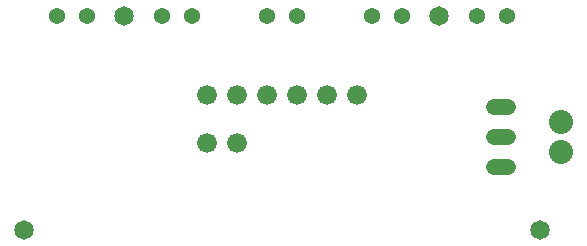
<source format=gbs>
G75*
%MOIN*%
%OFA0B0*%
%FSLAX25Y25*%
%IPPOS*%
%LPD*%
%AMOC8*
5,1,8,0,0,1.08239X$1,22.5*
%
%ADD10C,0.06506*%
%ADD11C,0.08000*%
%ADD12C,0.05400*%
%ADD13C,0.05400*%
%ADD14C,0.06600*%
D10*
X0075000Y0045000D03*
X0108500Y0116500D03*
X0213500Y0116500D03*
X0247000Y0045000D03*
D11*
X0254000Y0071000D03*
X0254000Y0081000D03*
D12*
X0236000Y0116500D03*
X0226000Y0116500D03*
X0201000Y0116500D03*
X0191000Y0116500D03*
X0166000Y0116500D03*
X0156000Y0116500D03*
X0131000Y0116561D03*
X0121000Y0116439D03*
X0096000Y0116500D03*
X0086000Y0116500D03*
D13*
X0231600Y0086000D02*
X0236400Y0086000D01*
X0236400Y0076000D02*
X0231600Y0076000D01*
X0231600Y0066000D02*
X0236400Y0066000D01*
D14*
X0186000Y0090000D03*
X0176000Y0090000D03*
X0166000Y0090000D03*
X0156000Y0090000D03*
X0146000Y0090000D03*
X0136000Y0090000D03*
X0136000Y0074000D03*
X0146000Y0074000D03*
M02*

</source>
